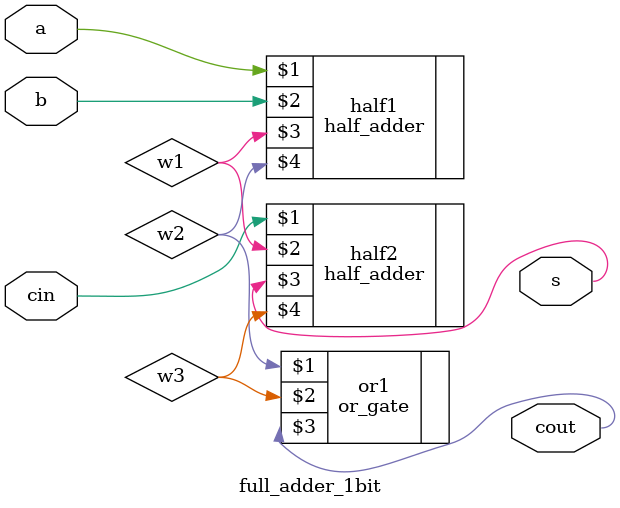
<source format=v>
module full_adder_1bit(a,b,cin,s,cout);
	input a,b,cin;
	wire w1,w2,w3;
	output s,cout;
	half_adder half1(a,b,w1,w2);//w1=sum ,w2=carry
	half_adder half2(cin,w1,s,w3);//s=sum and w3 takes towards OR gate
	or_gate or1(w2,w3,cout);
endmodule

</source>
